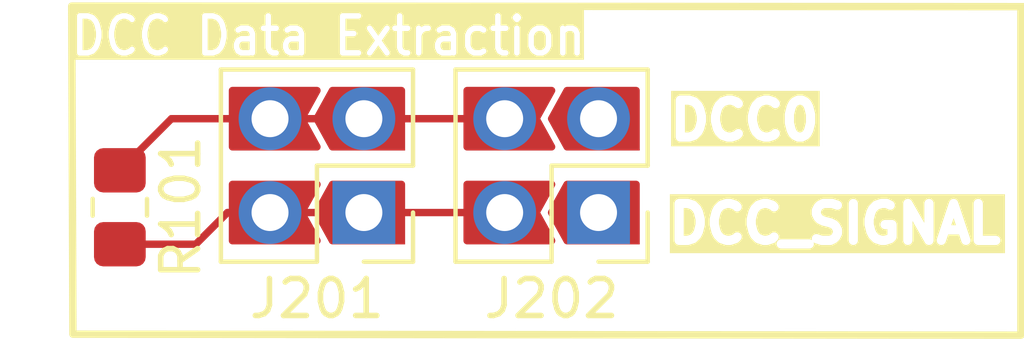
<source format=kicad_pcb>
(kicad_pcb (version 20240108) (generator "pcbnew") (generator_version "8.0")
  (layers (0 "F.Cu" signal) (31 "B.Cu" signal) (34 "B.Paste" user) (35 "F.Paste" user) (36 "B.SilkS" user "B.Silkscreen") (37 "F.SilkS" user "F.Silkscreen") (38 "B.Mask" user) (39 "F.Mask" user) (44 "Edge.Cuts" user))
  (net 0 "")
  (net 1 "/DCC1")
  (net 2 "/J_DCC_MM_SIGNAL")
  (net 3 "/DCC_MM_SIGNAL")
  (net 4 "/J_DCC1")
  (footprint "xDuinoRail:PinHeaderJP_2x02_P2.54mm_Vertical" (layer "F.Cu") (at 141.224 93.218 180)
    (property "Reference" "J202" (at 1.27 -2.33 180) (layer "F.SilkS"))
    (property "Value" "Conn_02x02_Odd_Even")
    (fp_poly (pts (xy 1.27 1.778) (xy 1.69 2.54) (xy 1.27 3.302) (xy 3.556 3.302) (xy 3.556 1.778)) (stroke (width 0.2)) (fill solid) (layer "F.Cu"))
    (fp_poly (pts (xy 1.27 -0.762) (xy 1.69 0) (xy 1.27 0.762) (xy 3.556 0.762) (xy 3.556 -0.762)) (stroke (width 0.2)) (fill solid) (layer "F.Cu"))
    (fp_poly (pts (xy -1.016 1.778) (xy -1.016 3.302) (xy 0.85 3.302) (xy 1.27 2.54) (xy 0.85 1.778)) (stroke (width 0.2)) (fill solid) (layer "F.Cu"))
    (fp_poly (pts (xy -1.016 -0.762) (xy -1.016 0.762) (xy 0.85 0.762) (xy 1.27 0) (xy 0.85 -0.762)) (stroke (width 0.2)) (fill solid) (layer "F.Cu"))
    (fp_line (start 3.87 -1.33) (end 3.87 3.87) (stroke (width 0.12)) (layer "F.SilkS"))
    (fp_line (start 1.27 1.27) (end 1.27 -1.33) (stroke (width 0.12)) (layer "F.SilkS"))
    (fp_line (start 1.27 -1.33) (end 3.87 -1.33) (stroke (width 0.12)) (layer "F.SilkS"))
    (fp_line (start -1.33 3.87) (end 3.87 3.87) (stroke (width 0.12)) (layer "F.SilkS"))
    (fp_line (start -1.33 1.27) (end 1.27 1.27) (stroke (width 0.12)) (layer "F.SilkS"))
    (fp_line (start -1.33 1.27) (end -1.33 3.87) (stroke (width 0.12)) (layer "F.SilkS"))
    (fp_line (start -1.33 0) (end -1.33 -1.33) (stroke (width 0.12)) (layer "F.SilkS"))
    (fp_line (start -1.33 -1.33) (end 0 -1.33) (stroke (width 0.12)) (layer "F.SilkS"))
    (pad "1" thru_hole rect (at 0 0 180) (size 1.7 1.7) (drill 1) (layers "*.Cu" "*.Mask") (net 3 "/DCC_MM_SIGNAL"))
    (pad "2" thru_hole oval (at 2.54 0 180) (size 1.7 1.7) (drill 1) (layers "*.Cu" "*.Mask") (net 2 "/J_DCC_MM_SIGNAL"))
    (pad "3" thru_hole oval (at 0 2.54 180) (size 1.7 1.7) (drill 1) (layers "*.Cu" "*.Mask") (net 1 "/DCC1"))
    (pad "4" thru_hole oval (at 2.54 2.54 180) (size 1.7 1.7) (drill 1) (layers "*.Cu" "*.Mask") (net 4 "/J_DCC1"))
  )
  (footprint "Resistor_SMD:R_0805_2012Metric_Pad1.20x1.40mm_HandSolder" (layer "F.Cu") (at 128.27 93.075 -90)
    (property "Reference" "R101" (at 0 -1.65 90) (layer "F.SilkS"))
    (property "Value" "22k")
    (fp_line (start -0.227064 0.735) (end 0.227064 0.735) (stroke (width 0.12)) (layer "F.SilkS"))
    (fp_line (start -0.227064 -0.735) (end 0.227064 -0.735) (stroke (width 0.12)) (layer "F.SilkS"))
    (pad "1" smd roundrect (at -1 0 270) (size 1.2 1.4) (layers "F.Cu" "F.Paste" "F.Mask") (roundrect_rratio 0.208333) (net 4 "/J_DCC1"))
    (pad "2" smd roundrect (at 1 0 270) (size 1.2 1.4) (layers "F.Cu" "F.Paste" "F.Mask") (roundrect_rratio 0.208333) (net 2 "/J_DCC_MM_SIGNAL"))
  )
  (footprint "xDuinoRail:PinHeaderJP_2x02_P2.54mm_Vertical" (layer "F.Cu") (at 134.874 93.218 180)
    (property "Reference" "J201" (at 1.27 -2.33 180) (layer "F.SilkS"))
    (property "Value" "Conn_02x02_Odd_Even")
    (fp_poly (pts (xy 1.27 1.778) (xy 1.69 2.54) (xy 1.27 3.302) (xy 3.556 3.302) (xy 3.556 1.778)) (stroke (width 0.2)) (fill solid) (layer "F.Cu"))
    (fp_poly (pts (xy 1.27 -0.762) (xy 1.69 0) (xy 1.27 0.762) (xy 3.556 0.762) (xy 3.556 -0.762)) (stroke (width 0.2)) (fill solid) (layer "F.Cu"))
    (fp_poly (pts (xy -1.016 1.778) (xy -1.016 3.302) (xy 0.85 3.302) (xy 1.27 2.54) (xy 0.85 1.778)) (stroke (width 0.2)) (fill solid) (layer "F.Cu"))
    (fp_poly (pts (xy -1.016 -0.762) (xy -1.016 0.762) (xy 0.85 0.762) (xy 1.27 0) (xy 0.85 -0.762)) (stroke (width 0.2)) (fill solid) (layer "F.Cu"))
    (fp_line (start 3.87 -1.33) (end 3.87 3.87) (stroke (width 0.12)) (layer "F.SilkS"))
    (fp_line (start 1.27 1.27) (end 1.27 -1.33) (stroke (width 0.12)) (layer "F.SilkS"))
    (fp_line (start 1.27 -1.33) (end 3.87 -1.33) (stroke (width 0.12)) (layer "F.SilkS"))
    (fp_line (start -1.33 3.87) (end 3.87 3.87) (stroke (width 0.12)) (layer "F.SilkS"))
    (fp_line (start -1.33 1.27) (end 1.27 1.27) (stroke (width 0.12)) (layer "F.SilkS"))
    (fp_line (start -1.33 1.27) (end -1.33 3.87) (stroke (width 0.12)) (layer "F.SilkS"))
    (fp_line (start -1.33 0) (end -1.33 -1.33) (stroke (width 0.12)) (layer "F.SilkS"))
    (fp_line (start -1.33 -1.33) (end 0 -1.33) (stroke (width 0.12)) (layer "F.SilkS"))
    (pad "1" thru_hole rect (at 0 0 180) (size 1.7 1.7) (drill 1) (layers "*.Cu" "*.Mask") (net 2 "/J_DCC_MM_SIGNAL"))
    (pad "2" thru_hole oval (at 2.54 0 180) (size 1.7 1.7) (drill 1) (layers "*.Cu" "*.Mask") (net 2 "/J_DCC_MM_SIGNAL"))
    (pad "3" thru_hole oval (at 0 2.54 180) (size 1.7 1.7) (drill 1) (layers "*.Cu" "*.Mask") (net 4 "/J_DCC1"))
    (pad "4" thru_hole oval (at 2.54 2.54 180) (size 1.7 1.7) (drill 1) (layers "*.Cu" "*.Mask") (net 4 "/J_DCC1"))
  )
  (gr_poly (pts (xy 126.967951 87.630001) (xy 152.654 87.646) (xy 152.654 96.536) (xy 127 96.509003)) (stroke (width 0.2)) (fill none) (layer "F.SilkS"))
  (gr_text "DCC Data Extraction" (at 126.873 89.027 0) (layer "F.SilkS" knockout) (effects (font (size 1 0.9)) (justify left bottom)))
  (gr_text "DCC0" (at 143.002 91.313 0) (layer "F.SilkS" knockout) (effects (font (size 1 1) (thickness 0.3) (bold yes)) (justify left bottom)))
  (gr_text "DCC_SIGNAL" (at 143.002 94.107 0) (layer "F.SilkS" knockout) (effects (font (size 1 1) (thickness 0.25) (bold yes)) (justify left bottom)))
  (segment (start 128.27 94.075) (end 130.3253 94.075) (width 0.2) (layer "F.Cu") (net 2))
  (segment (start 132.334 93.218) (end 131.1823 93.218) (width 0.2) (layer "F.Cu") (net 2))
  (segment (start 130.3253 94.075) (end 131.1823 93.218) (width 0.2) (layer "F.Cu") (net 2))
  (segment (start 132.334 93.218) (end 134.874 93.218) (width 0.2) (layer "F.Cu") (net 2))
  (segment (start 134.874 93.218) (end 138.684 93.218) (width 0.2) (layer "F.Cu") (net 2))
  (segment (start 132.334 90.678) (end 134.874 90.678) (width 0.2) (layer "F.Cu") (net 4))
  (segment (start 134.874 90.678) (end 138.684 90.678) (width 0.2) (layer "F.Cu") (net 4))
  (segment (start 129.667 90.678) (end 132.334 90.678) (width 0.2) (layer "F.Cu") (net 4))
  (segment (start 128.27 92.075) (end 129.667 90.678) (width 0.2) (layer "F.Cu") (net 4))
)
</source>
